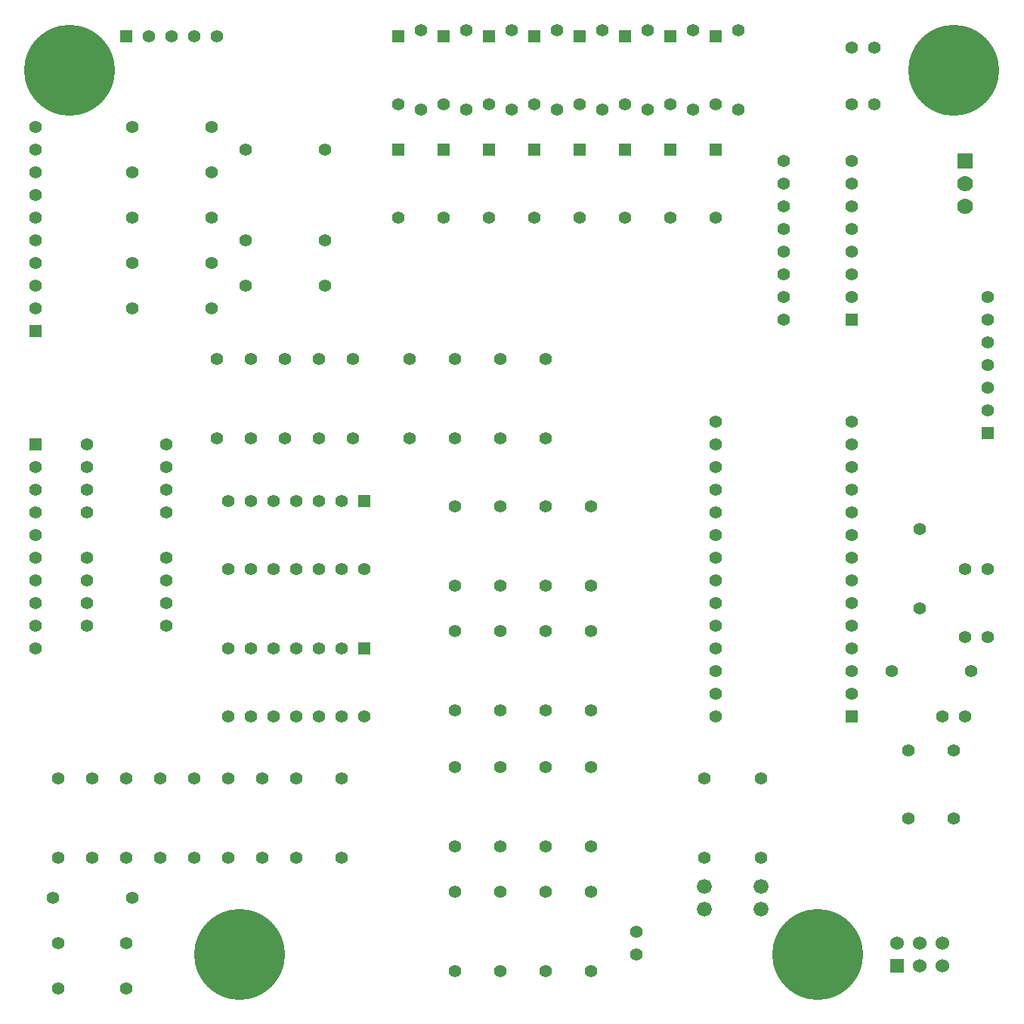
<source format=gbs>
G04 (created by PCBNEW (2013-jul-07)-stable) date Sun 06 Sep 2015 09:30:16 PM EDT*
%MOIN*%
G04 Gerber Fmt 3.4, Leading zero omitted, Abs format*
%FSLAX34Y34*%
G01*
G70*
G90*
G04 APERTURE LIST*
%ADD10C,0.00590551*%
%ADD11C,0.07*%
%ADD12R,0.07X0.07*%
%ADD13C,0.055*%
%ADD14R,0.055X0.055*%
%ADD15R,0.06X0.06*%
%ADD16C,0.06*%
%ADD17C,0.066*%
%ADD18C,0.401*%
G04 APERTURE END LIST*
G54D10*
G54D11*
X75500Y-27500D03*
X75500Y-26500D03*
G54D12*
X75500Y-25500D03*
G54D13*
X75000Y-54500D03*
X73000Y-54500D03*
X75000Y-51500D03*
X73000Y-51500D03*
X38500Y-60000D03*
X38500Y-62000D03*
X35500Y-60000D03*
X35500Y-62000D03*
G54D14*
X76500Y-37500D03*
G54D13*
X76500Y-36500D03*
X76500Y-35500D03*
X76500Y-34500D03*
X76500Y-33500D03*
X76500Y-32500D03*
X76500Y-31500D03*
G54D14*
X34500Y-33000D03*
G54D13*
X34500Y-32000D03*
X34500Y-31000D03*
X34500Y-30000D03*
X34500Y-29000D03*
X34500Y-28000D03*
X34500Y-27000D03*
X34500Y-26000D03*
X34500Y-25000D03*
X34500Y-24000D03*
G54D14*
X34500Y-38000D03*
G54D13*
X34500Y-39000D03*
X34500Y-40000D03*
X34500Y-41000D03*
X34500Y-42000D03*
X34500Y-43000D03*
X34500Y-44000D03*
X34500Y-45000D03*
X34500Y-46000D03*
X34500Y-47000D03*
X61500Y-19750D03*
X61500Y-23250D03*
X53000Y-49750D03*
X53000Y-46250D03*
X59500Y-19750D03*
X59500Y-23250D03*
X57500Y-19750D03*
X57500Y-23250D03*
X55500Y-19750D03*
X55500Y-23250D03*
X48000Y-56250D03*
X48000Y-52750D03*
X46000Y-56250D03*
X46000Y-52750D03*
X37000Y-56250D03*
X37000Y-52750D03*
X59000Y-49750D03*
X59000Y-46250D03*
X59000Y-52250D03*
X59000Y-55750D03*
X59000Y-57750D03*
X59000Y-61250D03*
X40250Y-46000D03*
X36750Y-46000D03*
X38500Y-56250D03*
X38500Y-52750D03*
X53500Y-19750D03*
X53500Y-23250D03*
X63500Y-19750D03*
X63500Y-23250D03*
X65500Y-19750D03*
X65500Y-23250D03*
X51500Y-19750D03*
X51500Y-23250D03*
X38750Y-24000D03*
X42250Y-24000D03*
X43750Y-25000D03*
X47250Y-25000D03*
X38750Y-26000D03*
X42250Y-26000D03*
X38750Y-28000D03*
X42250Y-28000D03*
X43750Y-29000D03*
X47250Y-29000D03*
X38750Y-30000D03*
X42250Y-30000D03*
X43750Y-31000D03*
X47250Y-31000D03*
X38750Y-32000D03*
X42250Y-32000D03*
X73500Y-41750D03*
X73500Y-45250D03*
X64000Y-52750D03*
X64000Y-56250D03*
X66500Y-56250D03*
X66500Y-52750D03*
X35250Y-58000D03*
X38750Y-58000D03*
X72250Y-48000D03*
X75750Y-48000D03*
X57000Y-34250D03*
X57000Y-37750D03*
X57000Y-44250D03*
X57000Y-40750D03*
X42500Y-37750D03*
X42500Y-34250D03*
X47000Y-37750D03*
X47000Y-34250D03*
X51000Y-34250D03*
X51000Y-37750D03*
X53000Y-37750D03*
X53000Y-34250D03*
X44500Y-56250D03*
X44500Y-52750D03*
X40250Y-39000D03*
X36750Y-39000D03*
X45500Y-37750D03*
X45500Y-34250D03*
X59000Y-40750D03*
X59000Y-44250D03*
X55000Y-37750D03*
X55000Y-34250D03*
X48500Y-37750D03*
X48500Y-34250D03*
X40250Y-40000D03*
X36750Y-40000D03*
X44000Y-37750D03*
X44000Y-34250D03*
X53000Y-44250D03*
X53000Y-40750D03*
X55000Y-40750D03*
X55000Y-44250D03*
X40250Y-41000D03*
X36750Y-41000D03*
X43000Y-56250D03*
X43000Y-52750D03*
X55000Y-49750D03*
X55000Y-46250D03*
X57000Y-57750D03*
X57000Y-61250D03*
X40250Y-45000D03*
X36750Y-45000D03*
X40000Y-56250D03*
X40000Y-52750D03*
X57000Y-49750D03*
X57000Y-46250D03*
X55000Y-52250D03*
X55000Y-55750D03*
X55000Y-57750D03*
X55000Y-61250D03*
X40250Y-44000D03*
X36750Y-44000D03*
X35500Y-56250D03*
X35500Y-52750D03*
X57000Y-52250D03*
X57000Y-55750D03*
X41500Y-56250D03*
X41500Y-52750D03*
X53000Y-52250D03*
X53000Y-55750D03*
X53000Y-57750D03*
X53000Y-61250D03*
X40250Y-43000D03*
X36750Y-43000D03*
X40250Y-38000D03*
X36750Y-38000D03*
G54D15*
X72500Y-61000D03*
G54D16*
X72500Y-60000D03*
X73500Y-61000D03*
X73500Y-60000D03*
X74500Y-61000D03*
X74500Y-60000D03*
G54D17*
X66500Y-57500D03*
X66500Y-58500D03*
X64000Y-57500D03*
X64000Y-58500D03*
G54D14*
X70500Y-50000D03*
G54D13*
X70500Y-49000D03*
X70500Y-48000D03*
X70500Y-47000D03*
X70500Y-46000D03*
X70500Y-45000D03*
X70500Y-44000D03*
X70500Y-43000D03*
X70500Y-42000D03*
X70500Y-41000D03*
X70500Y-40000D03*
X70500Y-39000D03*
X70500Y-38000D03*
X70500Y-37000D03*
X64500Y-37000D03*
X64500Y-38000D03*
X64500Y-39000D03*
X64500Y-40000D03*
X64500Y-41000D03*
X64500Y-42000D03*
X64500Y-43000D03*
X64500Y-44000D03*
X64500Y-45000D03*
X64500Y-46000D03*
X64500Y-47000D03*
X64500Y-48000D03*
X64500Y-49000D03*
X64500Y-50000D03*
G54D14*
X70500Y-32500D03*
G54D13*
X70500Y-31500D03*
X70500Y-30500D03*
X70500Y-29500D03*
X70500Y-28500D03*
X70500Y-27500D03*
X70500Y-26500D03*
X70500Y-25500D03*
X67500Y-25500D03*
X67500Y-26500D03*
X67500Y-27500D03*
X67500Y-28500D03*
X67500Y-29500D03*
X67500Y-30500D03*
X67500Y-31500D03*
X67500Y-32500D03*
G54D14*
X49000Y-40500D03*
G54D13*
X48000Y-40500D03*
X47000Y-40500D03*
X46000Y-40500D03*
X45000Y-40500D03*
X44000Y-40500D03*
X43000Y-40500D03*
X43000Y-43500D03*
X44000Y-43500D03*
X45000Y-43500D03*
X46000Y-43500D03*
X47000Y-43500D03*
X48000Y-43500D03*
X49000Y-43500D03*
G54D14*
X49000Y-47000D03*
G54D13*
X48000Y-47000D03*
X47000Y-47000D03*
X46000Y-47000D03*
X45000Y-47000D03*
X44000Y-47000D03*
X43000Y-47000D03*
X43000Y-50000D03*
X44000Y-50000D03*
X45000Y-50000D03*
X46000Y-50000D03*
X47000Y-50000D03*
X48000Y-50000D03*
X49000Y-50000D03*
G54D14*
X52500Y-20000D03*
G54D13*
X52500Y-23000D03*
G54D14*
X54500Y-20000D03*
G54D13*
X54500Y-23000D03*
G54D14*
X56500Y-20000D03*
G54D13*
X56500Y-23000D03*
G54D14*
X58500Y-20000D03*
G54D13*
X58500Y-23000D03*
G54D14*
X60500Y-20000D03*
G54D13*
X60500Y-23000D03*
G54D14*
X62500Y-20000D03*
G54D13*
X62500Y-23000D03*
G54D14*
X50500Y-20000D03*
G54D13*
X50500Y-23000D03*
G54D14*
X64500Y-20000D03*
G54D13*
X64500Y-23000D03*
G54D14*
X64500Y-25000D03*
G54D13*
X64500Y-28000D03*
G54D14*
X50500Y-25000D03*
G54D13*
X50500Y-28000D03*
G54D14*
X52500Y-25000D03*
G54D13*
X52500Y-28000D03*
G54D14*
X54500Y-25000D03*
G54D13*
X54500Y-28000D03*
G54D14*
X56500Y-25000D03*
G54D13*
X56500Y-28000D03*
G54D14*
X58500Y-25000D03*
G54D13*
X58500Y-28000D03*
G54D14*
X60500Y-25000D03*
G54D13*
X60500Y-28000D03*
G54D14*
X62500Y-25000D03*
G54D13*
X62500Y-28000D03*
X74500Y-50000D03*
X75500Y-50000D03*
X61000Y-60500D03*
X61000Y-59500D03*
X70500Y-23000D03*
X71500Y-23000D03*
X70500Y-20500D03*
X71500Y-20500D03*
X75500Y-46500D03*
X76500Y-46500D03*
X75500Y-43500D03*
X76500Y-43500D03*
G54D14*
X38500Y-20000D03*
G54D13*
X39500Y-20000D03*
X40500Y-20000D03*
X41500Y-20000D03*
X42500Y-20000D03*
G54D18*
X36000Y-21500D03*
X75000Y-21500D03*
X43500Y-60500D03*
X69000Y-60500D03*
M02*

</source>
